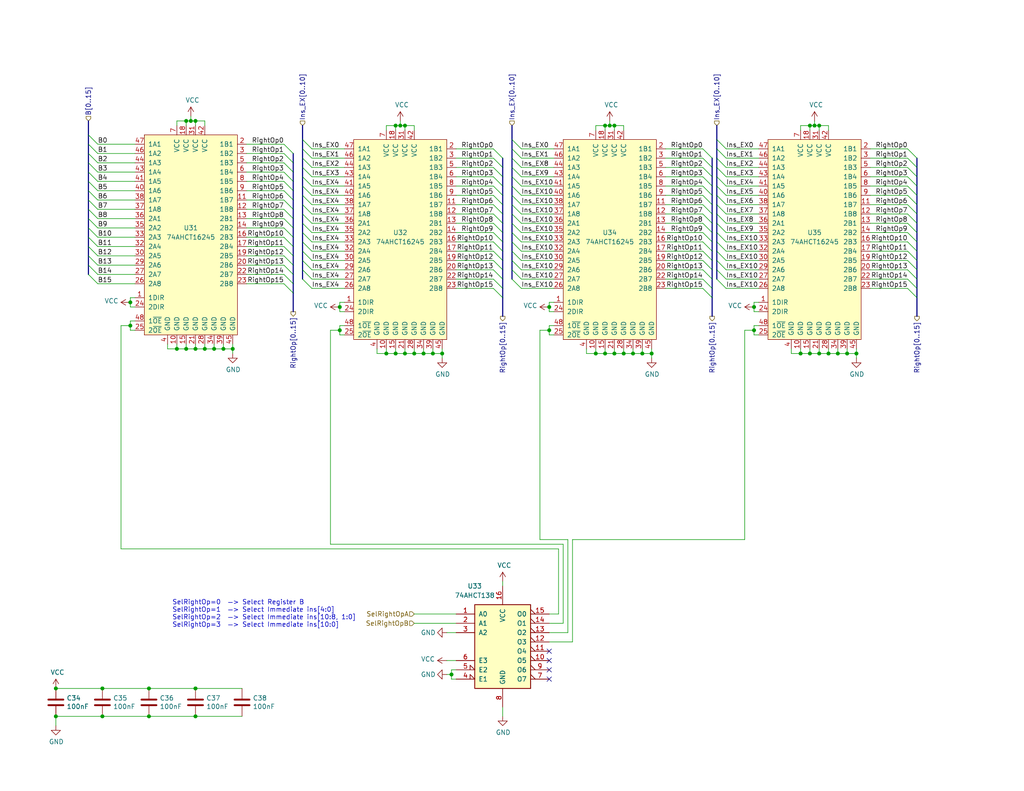
<source format=kicad_sch>
(kicad_sch (version 20230121) (generator eeschema)
  (paper "USLetter")
  (title_block (title "Select Right Operand") (date "2022-09-25") (rev "C") (comment 2 "from an immediate value contained in the instruction word.") (comment 3 "The right operand can either take the value from the B port of the register file, or") (comment 4 "Select the right operand to the ALU"))
  (lib_symbols
    (symbol "74xx (kicad5):74AHCT16245_ab" (pin_names (offset 1.016))
      (property "Reference" "U" (at 0 1.27 0))
      (property "Value" "74AHCT16245_ab" (at 0 -1.27 0))
      (symbol "74AHCT16245_ab_0_1"
        (rectangle (start -12.7 26.67) (end 12.7 -27.94) (fill (type background)))
      )
      (symbol "74AHCT16245_ab_1_1"
        (pin input line (at -15.24 -17.78 0) (length 2.54) (name "1DIR") (number "1"))
        (pin power_in line (at -3.81 -30.48 90) (length 2.54) (name "GND") (number "10"))
        (pin tri_state line (at 15.24 8.89 180) (length 2.54) (name "1B7") (number "11"))
        (pin tri_state line (at 15.24 6.35 180) (length 2.54) (name "1B8") (number "12"))
        (pin tri_state line (at 15.24 3.81 180) (length 2.54) (name "2B1") (number "13"))
        (pin tri_state line (at 15.24 1.27 180) (length 2.54) (name "2B2") (number "14"))
        (pin power_in line (at -1.27 -30.48 90) (length 2.54) (name "GND") (number "15"))
        (pin tri_state line (at 15.24 -1.27 180) (length 2.54) (name "2B3") (number "16"))
        (pin tri_state line (at 15.24 -3.81 180) (length 2.54) (name "2B4") (number "17"))
        (pin power_in line (at -1.27 29.21 270) (length 2.54) (name "VCC") (number "18"))
        (pin tri_state line (at 15.24 -6.35 180) (length 2.54) (name "2B5") (number "19"))
        (pin tri_state line (at 15.24 24.13 180) (length 2.54) (name "1B1") (number "2"))
        (pin tri_state line (at 15.24 -8.89 180) (length 2.54) (name "2B6") (number "20"))
        (pin power_in line (at 1.27 -30.48 90) (length 2.54) (name "GND") (number "21"))
        (pin tri_state line (at 15.24 -11.43 180) (length 2.54) (name "2B7") (number "22"))
        (pin tri_state line (at 15.24 -13.97 180) (length 2.54) (name "2B8") (number "23"))
        (pin input line (at -15.24 -20.32 0) (length 2.54) (name "2DIR") (number "24"))
        (pin input line (at -15.24 -26.67 0) (length 2.54) (name "2~{OE}") (number "25"))
        (pin input line (at -15.24 -13.97 0) (length 2.54) (name "2A8") (number "26"))
        (pin input line (at -15.24 -11.43 0) (length 2.54) (name "2A7") (number "27"))
        (pin power_in line (at 3.81 -30.48 90) (length 2.54) (name "GND") (number "28"))
        (pin input line (at -15.24 -8.89 0) (length 2.54) (name "2A6") (number "29"))
        (pin tri_state line (at 15.24 21.59 180) (length 2.54) (name "1B2") (number "3"))
        (pin input line (at -15.24 -6.35 0) (length 2.54) (name "2A5") (number "30"))
        (pin power_in line (at 1.27 29.21 270) (length 2.54) (name "VCC") (number "31"))
        (pin input line (at -15.24 -3.81 0) (length 2.54) (name "2A4") (number "32"))
        (pin input line (at -15.24 -1.27 0) (length 2.54) (name "2A3") (number "33"))
        (pin power_in line (at 6.35 -30.48 90) (length 2.54) (name "GND") (number "34"))
        (pin input line (at -15.24 1.27 0) (length 2.54) (name "2A2") (number "35"))
        (pin input line (at -15.24 3.81 0) (length 2.54) (name "2A1") (number "36"))
        (pin input line (at -15.24 6.35 0) (length 2.54) (name "1A8") (number "37"))
        (pin input line (at -15.24 8.89 0) (length 2.54) (name "1A7") (number "38"))
        (pin power_in line (at 8.89 -30.48 90) (length 2.54) (name "GND") (number "39"))
        (pin power_in line (at -6.35 -30.48 90) (length 2.54) (name "GND") (number "4"))
        (pin input line (at -15.24 11.43 0) (length 2.54) (name "1A6") (number "40"))
        (pin input line (at -15.24 13.97 0) (length 2.54) (name "1A5") (number "41"))
        (pin power_in line (at 3.81 29.21 270) (length 2.54) (name "VCC") (number "42"))
        (pin input line (at -15.24 16.51 0) (length 2.54) (name "1A4") (number "43"))
        (pin input line (at -15.24 19.05 0) (length 2.54) (name "1A3") (number "44"))
        (pin power_in line (at 11.43 -30.48 90) (length 2.54) (name "GND") (number "45"))
        (pin input line (at -15.24 21.59 0) (length 2.54) (name "1A2") (number "46"))
        (pin input line (at -15.24 24.13 0) (length 2.54) (name "1A1") (number "47"))
        (pin input line (at -15.24 -24.13 0) (length 2.54) (name "1~{OE}") (number "48"))
        (pin tri_state line (at 15.24 19.05 180) (length 2.54) (name "1B3") (number "5"))
        (pin tri_state line (at 15.24 16.51 180) (length 2.54) (name "1B4") (number "6"))
        (pin power_in line (at -3.81 29.21 270) (length 2.54) (name "VCC") (number "7"))
        (pin tri_state line (at 15.24 13.97 180) (length 2.54) (name "1B5") (number "8"))
        (pin tri_state line (at 15.24 11.43 180) (length 2.54) (name "1B6") (number "9"))
      )
    )
    (symbol "74xx:74LS138" (pin_names (offset 1.016))
      (property "Reference" "U" (at -7.62 11.43 0))
      (property "Value" "74LS138" (at -7.62 -13.97 0))
      (symbol "74LS138_1_0"
        (pin input line (at -12.7 7.62 0) (length 5.08) (name "A0") (number "1"))
        (pin output output_low (at 12.7 -5.08 180) (length 5.08) (name "O5") (number "10"))
        (pin output output_low (at 12.7 -2.54 180) (length 5.08) (name "O4") (number "11"))
        (pin output output_low (at 12.7 0 180) (length 5.08) (name "O3") (number "12"))
        (pin output output_low (at 12.7 2.54 180) (length 5.08) (name "O2") (number "13"))
        (pin output output_low (at 12.7 5.08 180) (length 5.08) (name "O1") (number "14"))
        (pin output output_low (at 12.7 7.62 180) (length 5.08) (name "O0") (number "15"))
        (pin power_in line (at 0 15.24 270) (length 5.08) (name "VCC") (number "16"))
        (pin input line (at -12.7 5.08 0) (length 5.08) (name "A1") (number "2"))
        (pin input line (at -12.7 2.54 0) (length 5.08) (name "A2") (number "3"))
        (pin input input_low (at -12.7 -10.16 0) (length 5.08) (name "E1") (number "4"))
        (pin input input_low (at -12.7 -7.62 0) (length 5.08) (name "E2") (number "5"))
        (pin input line (at -12.7 -5.08 0) (length 5.08) (name "E3") (number "6"))
        (pin output output_low (at 12.7 -10.16 180) (length 5.08) (name "O7") (number "7"))
        (pin power_in line (at 0 -17.78 90) (length 5.08) (name "GND") (number "8"))
        (pin output output_low (at 12.7 -7.62 180) (length 5.08) (name "O6") (number "9"))
      )
      (symbol "74LS138_1_1"
        (rectangle (start -7.62 10.16) (end 7.62 -12.7) (stroke (width 0.254)) (fill (type background)))
      )
    )
    (symbol "Device:C" (pin_numbers hide) (pin_names (offset 0.254))
      (property "Reference" "C" (at 0.635 2.54 0))
      (property "Value" "C" (at 0.635 -2.54 0))
      (symbol "C_0_1"
        (polyline (pts (xy -2.032 -0.762) (xy 2.032 -0.762)) (stroke (width 0.508)))
        (polyline (pts (xy -2.032 0.762) (xy 2.032 0.762)) (stroke (width 0.508)))
      )
      (symbol "C_1_1"
        (pin passive line (at 0 3.81 270) (length 2.794) (name "~") (number "1"))
        (pin passive line (at 0 -3.81 90) (length 2.794) (name "~") (number "2"))
      )
    )
    (symbol "power:GND" (power) (pin_names (offset 0))
      (property "Value" "GND" (at 0 -3.81 0))
      (symbol "GND_0_1"
        (polyline (pts (xy 0 0) (xy 0 -1.27) (xy 1.27 -1.27) (xy 0 -2.54) (xy -1.27 -1.27) (xy 0 -1.27)))
      )
      (symbol "GND_1_1"
        (pin power_in line (at 0 0 270) (length 0) hide (name "GND") (number "1"))
      )
    )
    (symbol "power:VCC" (power) (pin_names (offset 0))
      (property "Value" "VCC" (at 0 3.81 0))
      (symbol "VCC_0_1"
        (polyline (pts (xy -0.762 1.27) (xy 0 2.54)))
        (polyline (pts (xy 0 0) (xy 0 2.54)))
        (polyline (pts (xy 0 2.54) (xy 0.762 1.27)))
      )
      (symbol "VCC_1_1"
        (pin power_in line (at 0 0 90) (length 0) hide (name "VCC") (number "1"))
      )
    )
  )
  (junction (at 231.14 96.52))
  (junction (at 222.25 34.29))
  (junction (at 218.44 96.52))
  (junction (at 109.22 34.29))
  (junction (at 53.34 187.96))
  (junction (at 113.03 96.52))
  (junction (at 58.42 95.25))
  (junction (at 15.24 187.96))
  (junction (at 166.37 34.29))
  (junction (at 226.06 96.52))
  (junction (at 177.8 96.52))
  (junction (at 35.56 82.55))
  (junction (at 15.24 195.58))
  (junction (at 110.49 34.29))
  (junction (at 115.57 96.52))
  (junction (at 220.98 34.29))
  (junction (at 123.19 184.15))
  (junction (at 40.64 187.96))
  (junction (at 60.96 95.25))
  (junction (at 172.72 96.52))
  (junction (at 165.1 34.29))
  (junction (at 53.34 33.02))
  (junction (at 110.49 96.52))
  (junction (at 50.8 33.02))
  (junction (at 120.65 96.52))
  (junction (at 27.94 195.58))
  (junction (at 205.74 83.82))
  (junction (at 27.94 187.96))
  (junction (at 228.6 96.52))
  (junction (at 149.86 90.17))
  (junction (at 167.64 96.52))
  (junction (at 167.64 34.29))
  (junction (at 53.34 195.58))
  (junction (at 162.56 96.52))
  (junction (at 118.11 96.52))
  (junction (at 35.56 88.9))
  (junction (at 63.5 95.25))
  (junction (at 40.64 195.58))
  (junction (at 205.74 90.17))
  (junction (at 165.1 96.52))
  (junction (at 105.41 96.52))
  (junction (at 92.71 83.82))
  (junction (at 48.26 95.25))
  (junction (at 170.18 96.52))
  (junction (at 175.26 96.52))
  (junction (at 52.07 33.02))
  (junction (at 92.71 90.17))
  (junction (at 53.34 95.25))
  (junction (at 107.95 34.29))
  (junction (at 149.86 83.82))
  (junction (at 223.52 96.52))
  (junction (at 233.68 96.52))
  (junction (at 55.88 95.25))
  (junction (at 223.52 34.29))
  (junction (at 220.98 96.52))
  (junction (at 107.95 96.52))
  (junction (at 50.8 95.25))
  (no_connect (at 149.86 177.8))
  (no_connect (at 149.86 185.42))
  (no_connect (at 149.86 180.34))
  (no_connect (at 149.86 182.88))
  (bus_entry (at 24.13 46.99) (size 2.54 2.54))
  (bus_entry (at 198.12 40.64) (size -2.54 -2.54))
  (bus_entry (at 134.62 68.58) (size 2.54 2.54))
  (bus_entry (at 77.47 69.85) (size 2.54 2.54))
  (bus_entry (at 24.13 64.77) (size 2.54 2.54))
  (bus_entry (at 198.12 50.8) (size -2.54 -2.54))
  (bus_entry (at 142.24 76.2) (size -2.54 -2.54))
  (bus_entry (at 24.13 67.31) (size 2.54 2.54))
  (bus_entry (at 85.09 76.2) (size -2.54 -2.54))
  (bus_entry (at 77.47 46.99) (size 2.54 2.54))
  (bus_entry (at 77.47 49.53) (size 2.54 2.54))
  (bus_entry (at 191.77 76.2) (size 2.54 2.54))
  (bus_entry (at 77.47 67.31) (size 2.54 2.54))
  (bus_entry (at 134.62 40.64) (size 2.54 2.54))
  (bus_entry (at 85.09 43.18) (size -2.54 -2.54))
  (bus_entry (at 247.65 43.18) (size 2.54 2.54))
  (bus_entry (at 85.09 63.5) (size -2.54 -2.54))
  (bus_entry (at 85.09 53.34) (size -2.54 -2.54))
  (bus_entry (at 198.12 48.26) (size -2.54 -2.54))
  (bus_entry (at 142.24 55.88) (size -2.54 -2.54))
  (bus_entry (at 198.12 45.72) (size -2.54 -2.54))
  (bus_entry (at 247.65 50.8) (size 2.54 2.54))
  (bus_entry (at 85.09 45.72) (size -2.54 -2.54))
  (bus_entry (at 24.13 52.07) (size 2.54 2.54))
  (bus_entry (at 191.77 73.66) (size 2.54 2.54))
  (bus_entry (at 191.77 63.5) (size 2.54 2.54))
  (bus_entry (at 77.47 41.91) (size 2.54 2.54))
  (bus_entry (at 142.24 68.58) (size -2.54 -2.54))
  (bus_entry (at 247.65 71.12) (size 2.54 2.54))
  (bus_entry (at 191.77 78.74) (size 2.54 2.54))
  (bus_entry (at 85.09 68.58) (size -2.54 -2.54))
  (bus_entry (at 198.12 66.04) (size -2.54 -2.54))
  (bus_entry (at 247.65 48.26) (size 2.54 2.54))
  (bus_entry (at 85.09 78.74) (size -2.54 -2.54))
  (bus_entry (at 191.77 45.72) (size 2.54 2.54))
  (bus_entry (at 24.13 62.23) (size 2.54 2.54))
  (bus_entry (at 142.24 50.8) (size -2.54 -2.54))
  (bus_entry (at 247.65 68.58) (size 2.54 2.54))
  (bus_entry (at 77.47 62.23) (size 2.54 2.54))
  (bus_entry (at 198.12 43.18) (size -2.54 -2.54))
  (bus_entry (at 191.77 48.26) (size 2.54 2.54))
  (bus_entry (at 247.65 58.42) (size 2.54 2.54))
  (bus_entry (at 77.47 64.77) (size 2.54 2.54))
  (bus_entry (at 142.24 78.74) (size -2.54 -2.54))
  (bus_entry (at 191.77 50.8) (size 2.54 2.54))
  (bus_entry (at 191.77 68.58) (size 2.54 2.54))
  (bus_entry (at 77.47 59.69) (size 2.54 2.54))
  (bus_entry (at 247.65 55.88) (size 2.54 2.54))
  (bus_entry (at 247.65 40.64) (size 2.54 2.54))
  (bus_entry (at 134.62 66.04) (size 2.54 2.54))
  (bus_entry (at 191.77 55.88) (size 2.54 2.54))
  (bus_entry (at 24.13 49.53) (size 2.54 2.54))
  (bus_entry (at 191.77 53.34) (size 2.54 2.54))
  (bus_entry (at 134.62 76.2) (size 2.54 2.54))
  (bus_entry (at 77.47 57.15) (size 2.54 2.54))
  (bus_entry (at 198.12 78.74) (size -2.54 -2.54))
  (bus_entry (at 24.13 36.83) (size 2.54 2.54))
  (bus_entry (at 24.13 39.37) (size 2.54 2.54))
  (bus_entry (at 142.24 40.64) (size -2.54 -2.54))
  (bus_entry (at 85.09 71.12) (size -2.54 -2.54))
  (bus_entry (at 134.62 58.42) (size 2.54 2.54))
  (bus_entry (at 134.62 63.5) (size 2.54 2.54))
  (bus_entry (at 134.62 78.74) (size 2.54 2.54))
  (bus_entry (at 198.12 53.34) (size -2.54 -2.54))
  (bus_entry (at 77.47 39.37) (size 2.54 2.54))
  (bus_entry (at 134.62 55.88) (size 2.54 2.54))
  (bus_entry (at 134.62 73.66) (size 2.54 2.54))
  (bus_entry (at 134.62 60.96) (size 2.54 2.54))
  (bus_entry (at 24.13 69.85) (size 2.54 2.54))
  (bus_entry (at 142.24 63.5) (size -2.54 -2.54))
  (bus_entry (at 198.12 55.88) (size -2.54 -2.54))
  (bus_entry (at 142.24 71.12) (size -2.54 -2.54))
  (bus_entry (at 191.77 60.96) (size 2.54 2.54))
  (bus_entry (at 77.47 74.93) (size 2.54 2.54))
  (bus_entry (at 85.09 55.88) (size -2.54 -2.54))
  (bus_entry (at 134.62 50.8) (size 2.54 2.54))
  (bus_entry (at 134.62 45.72) (size 2.54 2.54))
  (bus_entry (at 85.09 73.66) (size -2.54 -2.54))
  (bus_entry (at 134.62 53.34) (size 2.54 2.54))
  (bus_entry (at 198.12 58.42) (size -2.54 -2.54))
  (bus_entry (at 85.09 66.04) (size -2.54 -2.54))
  (bus_entry (at 198.12 63.5) (size -2.54 -2.54))
  (bus_entry (at 24.13 41.91) (size 2.54 2.54))
  (bus_entry (at 247.65 66.04) (size 2.54 2.54))
  (bus_entry (at 85.09 50.8) (size -2.54 -2.54))
  (bus_entry (at 198.12 60.96) (size -2.54 -2.54))
  (bus_entry (at 142.24 60.96) (size -2.54 -2.54))
  (bus_entry (at 198.12 71.12) (size -2.54 -2.54))
  (bus_entry (at 142.24 45.72) (size -2.54 -2.54))
  (bus_entry (at 85.09 48.26) (size -2.54 -2.54))
  (bus_entry (at 142.24 53.34) (size -2.54 -2.54))
  (bus_entry (at 247.65 60.96) (size 2.54 2.54))
  (bus_entry (at 191.77 58.42) (size 2.54 2.54))
  (bus_entry (at 85.09 58.42) (size -2.54 -2.54))
  (bus_entry (at 191.77 71.12) (size 2.54 2.54))
  (bus_entry (at 85.09 40.64) (size -2.54 -2.54))
  (bus_entry (at 198.12 68.58) (size -2.54 -2.54))
  (bus_entry (at 24.13 72.39) (size 2.54 2.54))
  (bus_entry (at 77.47 52.07) (size 2.54 2.54))
  (bus_entry (at 142.24 48.26) (size -2.54 -2.54))
  (bus_entry (at 191.77 43.18) (size 2.54 2.54))
  (bus_entry (at 77.47 44.45) (size 2.54 2.54))
  (bus_entry (at 24.13 44.45) (size 2.54 2.54))
  (bus_entry (at 191.77 40.64) (size 2.54 2.54))
  (bus_entry (at 85.09 60.96) (size -2.54 -2.54))
  (bus_entry (at 142.24 43.18) (size -2.54 -2.54))
  (bus_entry (at 134.62 71.12) (size 2.54 2.54))
  (bus_entry (at 247.65 63.5) (size 2.54 2.54))
  (bus_entry (at 134.62 43.18) (size 2.54 2.54))
  (bus_entry (at 77.47 54.61) (size 2.54 2.54))
  (bus_entry (at 247.65 73.66) (size 2.54 2.54))
  (bus_entry (at 77.47 77.47) (size 2.54 2.54))
  (bus_entry (at 198.12 73.66) (size -2.54 -2.54))
  (bus_entry (at 247.65 78.74) (size 2.54 2.54))
  (bus_entry (at 142.24 58.42) (size -2.54 -2.54))
  (bus_entry (at 142.24 66.04) (size -2.54 -2.54))
  (bus_entry (at 198.12 76.2) (size -2.54 -2.54))
  (bus_entry (at 142.24 73.66) (size -2.54 -2.54))
  (bus_entry (at 24.13 59.69) (size 2.54 2.54))
  (bus_entry (at 77.47 72.39) (size 2.54 2.54))
  (bus_entry (at 247.65 76.2) (size 2.54 2.54))
  (bus_entry (at 191.77 66.04) (size 2.54 2.54))
  (bus_entry (at 24.13 57.15) (size 2.54 2.54))
  (bus_entry (at 247.65 53.34) (size 2.54 2.54))
  (bus_entry (at 24.13 74.93) (size 2.54 2.54))
  (bus_entry (at 24.13 54.61) (size 2.54 2.54))
  (bus_entry (at 134.62 48.26) (size 2.54 2.54))
  (bus_entry (at 247.65 45.72) (size 2.54 2.54))
  (wire (pts (xy 40.64 195.58) (xy 27.94 195.58)))
  (bus (pts (xy 194.31 76.2) (xy 194.31 78.74)))
  (wire (pts (xy 85.09 68.58) (xy 93.98 68.58)))
  (wire (pts (xy 115.57 96.52) (xy 115.57 95.25)))
  (wire (pts (xy 35.56 81.28) (xy 35.56 82.55)))
  (bus (pts (xy 139.7 53.34) (xy 139.7 55.88)))
  (bus (pts (xy 139.7 63.5) (xy 139.7 66.04)))
  (wire (pts (xy 203.2 90.17) (xy 203.2 147.32)))
  (wire (pts (xy 162.56 96.52) (xy 165.1 96.52)))
  (bus (pts (xy 24.13 64.77) (xy 24.13 67.31)))
  (wire (pts (xy 142.24 73.66) (xy 151.13 73.66)))
  (wire (pts (xy 121.92 172.72) (xy 124.46 172.72)))
  (bus (pts (xy 139.7 34.29) (xy 139.7 38.1)))
  (bus (pts (xy 195.58 40.64) (xy 195.58 43.18)))
  (wire (pts (xy 142.24 50.8) (xy 151.13 50.8)))
  (wire (pts (xy 218.44 96.52) (xy 220.98 96.52)))
  (wire (pts (xy 77.47 62.23) (xy 67.31 62.23)))
  (wire (pts (xy 118.11 96.52) (xy 120.65 96.52)))
  (wire (pts (xy 215.9 95.25) (xy 215.9 96.52)))
  (wire (pts (xy 26.67 41.91) (xy 36.83 41.91)))
  (bus (pts (xy 250.19 78.74) (xy 250.19 81.28)))
  (wire (pts (xy 105.41 34.29) (xy 107.95 34.29)))
  (bus (pts (xy 80.01 52.07) (xy 80.01 54.61)))
  (wire (pts (xy 166.37 33.02) (xy 166.37 34.29)))
  (wire (pts (xy 110.49 34.29) (xy 113.03 34.29)))
  (wire (pts (xy 77.47 44.45) (xy 67.31 44.45)))
  (wire (pts (xy 191.77 71.12) (xy 181.61 71.12)))
  (bus (pts (xy 195.58 73.66) (xy 195.58 76.2)))
  (wire (pts (xy 60.96 95.25) (xy 63.5 95.25)))
  (bus (pts (xy 24.13 69.85) (xy 24.13 72.39)))
  (bus (pts (xy 82.55 55.88) (xy 82.55 58.42)))
  (wire (pts (xy 137.16 158.75) (xy 137.16 160.02)))
  (wire (pts (xy 191.77 58.42) (xy 181.61 58.42)))
  (wire (pts (xy 26.67 54.61) (xy 36.83 54.61)))
  (wire (pts (xy 55.88 95.25) (xy 53.34 95.25)))
  (wire (pts (xy 26.67 49.53) (xy 36.83 49.53)))
  (wire (pts (xy 207.01 82.55) (xy 205.74 82.55)))
  (wire (pts (xy 149.86 85.09) (xy 151.13 85.09)))
  (wire (pts (xy 170.18 96.52) (xy 170.18 95.25)))
  (bus (pts (xy 139.7 40.64) (xy 139.7 43.18)))
  (wire (pts (xy 156.21 147.32) (xy 203.2 147.32)))
  (wire (pts (xy 191.77 66.04) (xy 181.61 66.04)))
  (wire (pts (xy 26.67 39.37) (xy 36.83 39.37)))
  (bus (pts (xy 24.13 57.15) (xy 24.13 59.69)))
  (wire (pts (xy 121.92 184.15) (xy 123.19 184.15)))
  (wire (pts (xy 109.22 33.02) (xy 109.22 34.29)))
  (wire (pts (xy 105.41 35.56) (xy 105.41 34.29)))
  (bus (pts (xy 194.31 48.26) (xy 194.31 50.8)))
  (wire (pts (xy 134.62 71.12) (xy 124.46 71.12)))
  (wire (pts (xy 167.64 96.52) (xy 167.64 95.25)))
  (bus (pts (xy 82.55 53.34) (xy 82.55 55.88)))
  (wire (pts (xy 123.19 184.15) (xy 123.19 185.42)))
  (wire (pts (xy 247.65 76.2) (xy 237.49 76.2)))
  (bus (pts (xy 137.16 68.58) (xy 137.16 71.12)))
  (wire (pts (xy 35.56 83.82) (xy 36.83 83.82)))
  (bus (pts (xy 24.13 52.07) (xy 24.13 54.61)))
  (wire (pts (xy 153.67 148.59) (xy 153.67 170.18)))
  (wire (pts (xy 27.94 195.58) (xy 15.24 195.58)))
  (wire (pts (xy 191.77 60.96) (xy 181.61 60.96)))
  (wire (pts (xy 33.02 149.86) (xy 152.4 149.86)))
  (wire (pts (xy 66.04 195.58) (xy 53.34 195.58)))
  (bus (pts (xy 82.55 66.04) (xy 82.55 68.58)))
  (wire (pts (xy 191.77 53.34) (xy 181.61 53.34)))
  (wire (pts (xy 26.67 69.85) (xy 36.83 69.85)))
  (wire (pts (xy 191.77 76.2) (xy 181.61 76.2)))
  (wire (pts (xy 134.62 60.96) (xy 124.46 60.96)))
  (bus (pts (xy 137.16 48.26) (xy 137.16 50.8)))
  (wire (pts (xy 198.12 73.66) (xy 207.01 73.66)))
  (wire (pts (xy 198.12 63.5) (xy 207.01 63.5)))
  (wire (pts (xy 53.34 95.25) (xy 53.34 93.98)))
  (wire (pts (xy 226.06 96.52) (xy 226.06 95.25)))
  (wire (pts (xy 134.62 40.64) (xy 124.46 40.64)))
  (wire (pts (xy 175.26 96.52) (xy 175.26 95.25)))
  (bus (pts (xy 195.58 66.04) (xy 195.58 68.58)))
  (wire (pts (xy 198.12 50.8) (xy 207.01 50.8)))
  (wire (pts (xy 191.77 63.5) (xy 181.61 63.5)))
  (bus (pts (xy 195.58 53.34) (xy 195.58 55.88)))
  (wire (pts (xy 36.83 87.63) (xy 35.56 87.63)))
  (bus (pts (xy 137.16 76.2) (xy 137.16 78.74)))
  (wire (pts (xy 77.47 49.53) (xy 67.31 49.53)))
  (bus (pts (xy 195.58 71.12) (xy 195.58 73.66)))
  (wire (pts (xy 63.5 95.25) (xy 63.5 93.98)))
  (bus (pts (xy 80.01 54.61) (xy 80.01 57.15)))
  (bus (pts (xy 24.13 49.53) (xy 24.13 52.07)))
  (wire (pts (xy 162.56 95.25) (xy 162.56 96.52)))
  (wire (pts (xy 165.1 95.25) (xy 165.1 96.52)))
  (wire (pts (xy 134.62 43.18) (xy 124.46 43.18)))
  (wire (pts (xy 53.34 187.96) (xy 66.04 187.96)))
  (wire (pts (xy 247.65 45.72) (xy 237.49 45.72)))
  (wire (pts (xy 142.24 43.18) (xy 151.13 43.18)))
  (wire (pts (xy 85.09 71.12) (xy 93.98 71.12)))
  (bus (pts (xy 24.13 54.61) (xy 24.13 57.15)))
  (wire (pts (xy 107.95 95.25) (xy 107.95 96.52)))
  (bus (pts (xy 137.16 53.34) (xy 137.16 55.88)))
  (bus (pts (xy 195.58 68.58) (xy 195.58 71.12)))
  (wire (pts (xy 15.24 198.12) (xy 15.24 195.58)))
  (wire (pts (xy 53.34 195.58) (xy 40.64 195.58)))
  (wire (pts (xy 134.62 76.2) (xy 124.46 76.2)))
  (wire (pts (xy 220.98 34.29) (xy 222.25 34.29)))
  (wire (pts (xy 50.8 93.98) (xy 50.8 95.25)))
  (wire (pts (xy 198.12 76.2) (xy 207.01 76.2)))
  (wire (pts (xy 113.03 167.64) (xy 124.46 167.64)))
  (bus (pts (xy 250.19 50.8) (xy 250.19 53.34)))
  (bus (pts (xy 82.55 38.1) (xy 82.55 40.64)))
  (bus (pts (xy 80.01 74.93) (xy 80.01 77.47)))
  (wire (pts (xy 247.65 60.96) (xy 237.49 60.96)))
  (wire (pts (xy 77.47 67.31) (xy 67.31 67.31)))
  (bus (pts (xy 194.31 63.5) (xy 194.31 66.04)))
  (bus (pts (xy 82.55 40.64) (xy 82.55 43.18)))
  (wire (pts (xy 177.8 97.79) (xy 177.8 96.52)))
  (wire (pts (xy 107.95 35.56) (xy 107.95 34.29)))
  (wire (pts (xy 198.12 55.88) (xy 207.01 55.88)))
  (wire (pts (xy 90.17 148.59) (xy 153.67 148.59)))
  (wire (pts (xy 26.67 59.69) (xy 36.83 59.69)))
  (wire (pts (xy 149.86 88.9) (xy 149.86 90.17)))
  (wire (pts (xy 191.77 55.88) (xy 181.61 55.88)))
  (wire (pts (xy 77.47 77.47) (xy 67.31 77.47)))
  (wire (pts (xy 90.17 90.17) (xy 90.17 148.59)))
  (wire (pts (xy 142.24 60.96) (xy 151.13 60.96)))
  (bus (pts (xy 82.55 73.66) (xy 82.55 76.2)))
  (wire (pts (xy 198.12 40.64) (xy 207.01 40.64)))
  (bus (pts (xy 82.55 45.72) (xy 82.55 48.26)))
  (wire (pts (xy 110.49 35.56) (xy 110.49 34.29)))
  (bus (pts (xy 80.01 62.23) (xy 80.01 64.77)))
  (wire (pts (xy 218.44 34.29) (xy 220.98 34.29)))
  (wire (pts (xy 165.1 35.56) (xy 165.1 34.29)))
  (wire (pts (xy 198.12 53.34) (xy 207.01 53.34)))
  (wire (pts (xy 121.92 180.34) (xy 124.46 180.34)))
  (wire (pts (xy 142.24 40.64) (xy 151.13 40.64)))
  (wire (pts (xy 247.65 55.88) (xy 237.49 55.88)))
  (bus (pts (xy 195.58 63.5) (xy 195.58 66.04)))
  (wire (pts (xy 134.62 73.66) (xy 124.46 73.66)))
  (wire (pts (xy 92.71 83.82) (xy 92.71 85.09)))
  (bus (pts (xy 139.7 45.72) (xy 139.7 48.26)))
  (bus (pts (xy 24.13 36.83) (xy 24.13 39.37)))
  (bus (pts (xy 137.16 78.74) (xy 137.16 81.28)))
  (wire (pts (xy 77.47 41.91) (xy 67.31 41.91)))
  (wire (pts (xy 191.77 50.8) (xy 181.61 50.8)))
  (wire (pts (xy 226.06 96.52) (xy 223.52 96.52)))
  (wire (pts (xy 85.09 58.42) (xy 93.98 58.42)))
  (bus (pts (xy 195.58 50.8) (xy 195.58 53.34)))
  (wire (pts (xy 92.71 88.9) (xy 92.71 90.17)))
  (bus (pts (xy 139.7 71.12) (xy 139.7 73.66)))
  (bus (pts (xy 194.31 43.18) (xy 194.31 45.72)))
  (wire (pts (xy 77.47 59.69) (xy 67.31 59.69)))
  (wire (pts (xy 149.86 172.72) (xy 154.94 172.72)))
  (bus (pts (xy 82.55 71.12) (xy 82.55 73.66)))
  (wire (pts (xy 198.12 68.58) (xy 207.01 68.58)))
  (wire (pts (xy 113.03 34.29) (xy 113.03 35.56)))
  (wire (pts (xy 15.24 187.96) (xy 27.94 187.96)))
  (wire (pts (xy 105.41 95.25) (xy 105.41 96.52)))
  (wire (pts (xy 154.94 147.32) (xy 154.94 172.72)))
  (wire (pts (xy 247.65 66.04) (xy 237.49 66.04)))
  (wire (pts (xy 134.62 78.74) (xy 124.46 78.74)))
  (wire (pts (xy 220.98 35.56) (xy 220.98 34.29)))
  (wire (pts (xy 110.49 96.52) (xy 110.49 95.25)))
  (wire (pts (xy 149.86 91.44) (xy 151.13 91.44)))
  (wire (pts (xy 137.16 193.04) (xy 137.16 195.58)))
  (wire (pts (xy 92.71 82.55) (xy 92.71 83.82)))
  (wire (pts (xy 107.95 34.29) (xy 109.22 34.29)))
  (bus (pts (xy 137.16 43.18) (xy 137.16 45.72)))
  (wire (pts (xy 198.12 43.18) (xy 207.01 43.18)))
  (wire (pts (xy 113.03 96.52) (xy 113.03 95.25)))
  (wire (pts (xy 26.67 57.15) (xy 36.83 57.15)))
  (bus (pts (xy 194.31 58.42) (xy 194.31 60.96)))
  (wire (pts (xy 113.03 96.52) (xy 110.49 96.52)))
  (wire (pts (xy 207.01 88.9) (xy 205.74 88.9)))
  (wire (pts (xy 123.19 185.42) (xy 124.46 185.42)))
  (wire (pts (xy 26.67 46.99) (xy 36.83 46.99)))
  (wire (pts (xy 134.62 48.26) (xy 124.46 48.26)))
  (bus (pts (xy 139.7 73.66) (xy 139.7 76.2)))
  (bus (pts (xy 250.19 48.26) (xy 250.19 50.8)))
  (wire (pts (xy 85.09 43.18) (xy 93.98 43.18)))
  (wire (pts (xy 118.11 96.52) (xy 118.11 95.25)))
  (wire (pts (xy 55.88 95.25) (xy 55.88 93.98)))
  (wire (pts (xy 26.67 77.47) (xy 36.83 77.47)))
  (wire (pts (xy 50.8 95.25) (xy 53.34 95.25)))
  (bus (pts (xy 194.31 66.04) (xy 194.31 68.58)))
  (wire (pts (xy 63.5 96.52) (xy 63.5 95.25)))
  (wire (pts (xy 85.09 76.2) (xy 93.98 76.2)))
  (bus (pts (xy 194.31 55.88) (xy 194.31 58.42)))
  (wire (pts (xy 52.07 31.75) (xy 52.07 33.02)))
  (wire (pts (xy 77.47 54.61) (xy 67.31 54.61)))
  (wire (pts (xy 233.68 97.79) (xy 233.68 96.52)))
  (wire (pts (xy 26.67 72.39) (xy 36.83 72.39)))
  (wire (pts (xy 165.1 34.29) (xy 166.37 34.29)))
  (bus (pts (xy 194.31 50.8) (xy 194.31 53.34)))
  (wire (pts (xy 247.65 40.64) (xy 237.49 40.64)))
  (wire (pts (xy 115.57 96.52) (xy 113.03 96.52)))
  (wire (pts (xy 222.25 33.02) (xy 222.25 34.29)))
  (wire (pts (xy 48.26 34.29) (xy 48.26 33.02)))
  (wire (pts (xy 35.56 90.17) (xy 36.83 90.17)))
  (wire (pts (xy 142.24 53.34) (xy 151.13 53.34)))
  (bus (pts (xy 24.13 39.37) (xy 24.13 41.91)))
  (bus (pts (xy 195.58 43.18) (xy 195.58 45.72)))
  (wire (pts (xy 102.87 95.25) (xy 102.87 96.52)))
  (wire (pts (xy 247.65 43.18) (xy 237.49 43.18)))
  (wire (pts (xy 26.67 64.77) (xy 36.83 64.77)))
  (wire (pts (xy 26.67 52.07) (xy 36.83 52.07)))
  (wire (pts (xy 160.02 95.25) (xy 160.02 96.52)))
  (wire (pts (xy 228.6 96.52) (xy 231.14 96.52)))
  (bus (pts (xy 82.55 48.26) (xy 82.55 50.8)))
  (wire (pts (xy 172.72 96.52) (xy 175.26 96.52)))
  (wire (pts (xy 149.86 83.82) (xy 149.86 85.09)))
  (wire (pts (xy 223.52 35.56) (xy 223.52 34.29)))
  (wire (pts (xy 198.12 66.04) (xy 207.01 66.04)))
  (wire (pts (xy 134.62 68.58) (xy 124.46 68.58)))
  (wire (pts (xy 149.86 175.26) (xy 156.21 175.26)))
  (wire (pts (xy 162.56 35.56) (xy 162.56 34.29)))
  (wire (pts (xy 26.67 67.31) (xy 36.83 67.31)))
  (wire (pts (xy 50.8 34.29) (xy 50.8 33.02)))
  (wire (pts (xy 247.65 68.58) (xy 237.49 68.58)))
  (bus (pts (xy 80.01 49.53) (xy 80.01 52.07)))
  (wire (pts (xy 35.56 88.9) (xy 35.56 90.17)))
  (wire (pts (xy 149.86 82.55) (xy 149.86 83.82)))
  (wire (pts (xy 247.65 53.34) (xy 237.49 53.34)))
  (bus (pts (xy 80.01 72.39) (xy 80.01 74.93)))
  (bus (pts (xy 139.7 58.42) (xy 139.7 60.96)))
  (wire (pts (xy 215.9 96.52) (xy 218.44 96.52)))
  (bus (pts (xy 24.13 59.69) (xy 24.13 62.23)))
  (bus (pts (xy 137.16 63.5) (xy 137.16 66.04)))
  (wire (pts (xy 205.74 90.17) (xy 203.2 90.17)))
  (bus (pts (xy 137.16 66.04) (xy 137.16 68.58)))
  (wire (pts (xy 162.56 34.29) (xy 165.1 34.29)))
  (wire (pts (xy 198.12 60.96) (xy 207.01 60.96)))
  (bus (pts (xy 24.13 72.39) (xy 24.13 74.93)))
  (bus (pts (xy 139.7 55.88) (xy 139.7 58.42)))
  (bus (pts (xy 250.19 43.18) (xy 250.19 45.72)))
  (wire (pts (xy 55.88 33.02) (xy 55.88 34.29)))
  (wire (pts (xy 58.42 95.25) (xy 58.42 93.98)))
  (wire (pts (xy 223.52 34.29) (xy 226.06 34.29)))
  (wire (pts (xy 170.18 34.29) (xy 170.18 35.56)))
  (wire (pts (xy 198.12 45.72) (xy 207.01 45.72)))
  (wire (pts (xy 175.26 96.52) (xy 177.8 96.52)))
  (wire (pts (xy 205.74 85.09) (xy 207.01 85.09)))
  (wire (pts (xy 85.09 45.72) (xy 93.98 45.72)))
  (bus (pts (xy 24.13 44.45) (xy 24.13 46.99)))
  (wire (pts (xy 151.13 82.55) (xy 149.86 82.55)))
  (wire (pts (xy 102.87 96.52) (xy 105.41 96.52)))
  (wire (pts (xy 60.96 95.25) (xy 60.96 93.98)))
  (bus (pts (xy 137.16 71.12) (xy 137.16 73.66)))
  (wire (pts (xy 228.6 96.52) (xy 228.6 95.25)))
  (bus (pts (xy 139.7 38.1) (xy 139.7 40.64)))
  (wire (pts (xy 142.24 63.5) (xy 151.13 63.5)))
  (wire (pts (xy 134.62 50.8) (xy 124.46 50.8)))
  (wire (pts (xy 109.22 34.29) (xy 110.49 34.29)))
  (bus (pts (xy 195.58 55.88) (xy 195.58 58.42)))
  (bus (pts (xy 194.31 60.96) (xy 194.31 63.5)))
  (wire (pts (xy 26.67 62.23) (xy 36.83 62.23)))
  (wire (pts (xy 35.56 88.9) (xy 33.02 88.9)))
  (wire (pts (xy 191.77 43.18) (xy 181.61 43.18)))
  (bus (pts (xy 194.31 45.72) (xy 194.31 48.26)))
  (wire (pts (xy 85.09 48.26) (xy 93.98 48.26)))
  (wire (pts (xy 153.67 170.18) (xy 149.86 170.18)))
  (bus (pts (xy 137.16 58.42) (xy 137.16 60.96)))
  (wire (pts (xy 191.77 73.66) (xy 181.61 73.66)))
  (bus (pts (xy 194.31 71.12) (xy 194.31 73.66)))
  (wire (pts (xy 233.68 96.52) (xy 233.68 95.25)))
  (wire (pts (xy 77.47 52.07) (xy 67.31 52.07)))
  (bus (pts (xy 250.19 45.72) (xy 250.19 48.26)))
  (bus (pts (xy 82.55 50.8) (xy 82.55 53.34)))
  (wire (pts (xy 218.44 95.25) (xy 218.44 96.52)))
  (wire (pts (xy 115.57 96.52) (xy 118.11 96.52)))
  (wire (pts (xy 85.09 55.88) (xy 93.98 55.88)))
  (bus (pts (xy 80.01 69.85) (xy 80.01 72.39)))
  (bus (pts (xy 250.19 55.88) (xy 250.19 58.42)))
  (wire (pts (xy 198.12 58.42) (xy 207.01 58.42)))
  (bus (pts (xy 195.58 34.29) (xy 195.58 38.1)))
  (wire (pts (xy 222.25 34.29) (xy 223.52 34.29)))
  (wire (pts (xy 85.09 50.8) (xy 93.98 50.8)))
  (wire (pts (xy 124.46 182.88) (xy 123.19 182.88)))
  (wire (pts (xy 85.09 73.66) (xy 93.98 73.66)))
  (wire (pts (xy 85.09 66.04) (xy 93.98 66.04)))
  (wire (pts (xy 205.74 91.44) (xy 207.01 91.44)))
  (wire (pts (xy 142.24 58.42) (xy 151.13 58.42)))
  (wire (pts (xy 165.1 96.52) (xy 167.64 96.52)))
  (wire (pts (xy 247.65 58.42) (xy 237.49 58.42)))
  (wire (pts (xy 205.74 90.17) (xy 205.74 91.44)))
  (wire (pts (xy 156.21 147.32) (xy 156.21 175.26)))
  (bus (pts (xy 137.16 45.72) (xy 137.16 48.26)))
  (wire (pts (xy 45.72 93.98) (xy 45.72 95.25)))
  (wire (pts (xy 231.14 96.52) (xy 233.68 96.52)))
  (wire (pts (xy 77.47 39.37) (xy 67.31 39.37)))
  (wire (pts (xy 92.71 90.17) (xy 90.17 90.17)))
  (wire (pts (xy 36.83 81.28) (xy 35.56 81.28)))
  (wire (pts (xy 142.24 48.26) (xy 151.13 48.26)))
  (wire (pts (xy 167.64 34.29) (xy 170.18 34.29)))
  (wire (pts (xy 77.47 57.15) (xy 67.31 57.15)))
  (bus (pts (xy 24.13 46.99) (xy 24.13 49.53)))
  (bus (pts (xy 250.19 66.04) (xy 250.19 68.58)))
  (bus (pts (xy 137.16 73.66) (xy 137.16 76.2)))
  (wire (pts (xy 151.13 88.9) (xy 149.86 88.9)))
  (bus (pts (xy 194.31 53.34) (xy 194.31 55.88)))
  (bus (pts (xy 82.55 60.96) (xy 82.55 63.5)))
  (bus (pts (xy 195.58 48.26) (xy 195.58 50.8)))
  (bus (pts (xy 139.7 43.18) (xy 139.7 45.72)))
  (wire (pts (xy 198.12 78.74) (xy 207.01 78.74)))
  (wire (pts (xy 142.24 78.74) (xy 151.13 78.74)))
  (bus (pts (xy 194.31 73.66) (xy 194.31 76.2)))
  (bus (pts (xy 82.55 68.58) (xy 82.55 71.12)))
  (wire (pts (xy 228.6 96.52) (xy 226.06 96.52)))
  (wire (pts (xy 142.24 68.58) (xy 151.13 68.58)))
  (bus (pts (xy 250.19 53.34) (xy 250.19 55.88)))
  (wire (pts (xy 223.52 96.52) (xy 223.52 95.25)))
  (wire (pts (xy 226.06 34.29) (xy 226.06 35.56)))
  (wire (pts (xy 105.41 96.52) (xy 107.95 96.52)))
  (wire (pts (xy 92.71 85.09) (xy 93.98 85.09)))
  (bus (pts (xy 82.55 63.5) (xy 82.55 66.04)))
  (bus (pts (xy 194.31 81.28) (xy 194.31 86.36)))
  (bus (pts (xy 80.01 64.77) (xy 80.01 67.31)))
  (bus (pts (xy 250.19 63.5) (xy 250.19 66.04)))
  (bus (pts (xy 137.16 55.88) (xy 137.16 58.42)))
  (wire (pts (xy 247.65 63.5) (xy 237.49 63.5)))
  (wire (pts (xy 170.18 96.52) (xy 167.64 96.52)))
  (wire (pts (xy 77.47 74.93) (xy 67.31 74.93)))
  (wire (pts (xy 220.98 96.52) (xy 223.52 96.52)))
  (bus (pts (xy 139.7 48.26) (xy 139.7 50.8)))
  (bus (pts (xy 24.13 62.23) (xy 24.13 64.77)))
  (bus (pts (xy 82.55 34.29) (xy 82.55 38.1)))
  (bus (pts (xy 194.31 68.58) (xy 194.31 71.12)))
  (wire (pts (xy 198.12 48.26) (xy 207.01 48.26)))
  (wire (pts (xy 120.65 96.52) (xy 120.65 95.25)))
  (wire (pts (xy 205.74 83.82) (xy 205.74 85.09)))
  (bus (pts (xy 250.19 71.12) (xy 250.19 73.66)))
  (wire (pts (xy 113.03 170.18) (xy 124.46 170.18)))
  (wire (pts (xy 134.62 45.72) (xy 124.46 45.72)))
  (wire (pts (xy 50.8 33.02) (xy 52.07 33.02)))
  (wire (pts (xy 93.98 82.55) (xy 92.71 82.55)))
  (wire (pts (xy 48.26 95.25) (xy 50.8 95.25)))
  (bus (pts (xy 80.01 59.69) (xy 80.01 62.23)))
  (wire (pts (xy 191.77 78.74) (xy 181.61 78.74)))
  (wire (pts (xy 123.19 182.88) (xy 123.19 184.15)))
  (bus (pts (xy 24.13 33.02) (xy 24.13 36.83)))
  (wire (pts (xy 77.47 69.85) (xy 67.31 69.85)))
  (bus (pts (xy 250.19 68.58) (xy 250.19 71.12)))
  (wire (pts (xy 142.24 71.12) (xy 151.13 71.12)))
  (wire (pts (xy 85.09 53.34) (xy 93.98 53.34)))
  (wire (pts (xy 26.67 74.93) (xy 36.83 74.93)))
  (wire (pts (xy 160.02 96.52) (xy 162.56 96.52)))
  (wire (pts (xy 27.94 187.96) (xy 40.64 187.96)))
  (bus (pts (xy 139.7 60.96) (xy 139.7 63.5)))
  (bus (pts (xy 250.19 76.2) (xy 250.19 78.74)))
  (bus (pts (xy 82.55 43.18) (xy 82.55 45.72)))
  (wire (pts (xy 218.44 35.56) (xy 218.44 34.29)))
  (bus (pts (xy 250.19 73.66) (xy 250.19 76.2)))
  (bus (pts (xy 139.7 50.8) (xy 139.7 53.34)))
  (wire (pts (xy 147.32 90.17) (xy 147.32 147.32)))
  (bus (pts (xy 139.7 68.58) (xy 139.7 71.12)))
  (wire (pts (xy 191.77 40.64) (xy 181.61 40.64)))
  (wire (pts (xy 134.62 58.42) (xy 124.46 58.42)))
  (wire (pts (xy 45.72 95.25) (xy 48.26 95.25)))
  (bus (pts (xy 80.01 80.01) (xy 80.01 85.09)))
  (wire (pts (xy 191.77 45.72) (xy 181.61 45.72)))
  (wire (pts (xy 134.62 66.04) (xy 124.46 66.04)))
  (bus (pts (xy 80.01 44.45) (xy 80.01 46.99)))
  (wire (pts (xy 177.8 96.52) (xy 177.8 95.25)))
  (wire (pts (xy 40.64 187.96) (xy 53.34 187.96)))
  (bus (pts (xy 195.58 60.96) (xy 195.58 63.5)))
  (wire (pts (xy 48.26 33.02) (xy 50.8 33.02)))
  (bus (pts (xy 139.7 66.04) (xy 139.7 68.58)))
  (wire (pts (xy 134.62 63.5) (xy 124.46 63.5)))
  (wire (pts (xy 92.71 90.17) (xy 92.71 91.44)))
  (bus (pts (xy 137.16 50.8) (xy 137.16 53.34)))
  (wire (pts (xy 134.62 53.34) (xy 124.46 53.34)))
  (bus (pts (xy 250.19 81.28) (xy 250.19 86.36)))
  (wire (pts (xy 77.47 46.99) (xy 67.31 46.99)))
  (wire (pts (xy 247.65 73.66) (xy 237.49 73.66)))
  (wire (pts (xy 85.09 63.5) (xy 93.98 63.5)))
  (wire (pts (xy 205.74 82.55) (xy 205.74 83.82)))
  (bus (pts (xy 82.55 58.42) (xy 82.55 60.96)))
  (wire (pts (xy 152.4 149.86) (xy 152.4 167.64)))
  (bus (pts (xy 24.13 67.31) (xy 24.13 69.85)))
  (bus (pts (xy 194.31 78.74) (xy 194.31 81.28)))
  (bus (pts (xy 250.19 58.42) (xy 250.19 60.96)))
  (bus (pts (xy 24.13 41.91) (xy 24.13 44.45)))
  (wire (pts (xy 85.09 40.64) (xy 93.98 40.64)))
  (wire (pts (xy 172.72 96.52) (xy 170.18 96.52)))
  (wire (pts (xy 142.24 66.04) (xy 151.13 66.04)))
  (wire (pts (xy 147.32 147.32) (xy 154.94 147.32)))
  (wire (pts (xy 198.12 71.12) (xy 207.01 71.12)))
  (wire (pts (xy 53.34 33.02) (xy 55.88 33.02)))
  (wire (pts (xy 247.65 50.8) (xy 237.49 50.8)))
  (wire (pts (xy 77.47 72.39) (xy 67.31 72.39)))
  (wire (pts (xy 142.24 45.72) (xy 151.13 45.72)))
  (wire (pts (xy 120.65 97.79) (xy 120.65 96.52)))
  (wire (pts (xy 85.09 78.74) (xy 93.98 78.74)))
  (wire (pts (xy 247.65 78.74) (xy 237.49 78.74)))
  (wire (pts (xy 107.95 96.52) (xy 110.49 96.52)))
  (bus (pts (xy 80.01 41.91) (xy 80.01 44.45)))
  (bus (pts (xy 80.01 46.99) (xy 80.01 49.53)))
  (wire (pts (xy 247.65 48.26) (xy 237.49 48.26)))
  (wire (pts (xy 142.24 76.2) (xy 151.13 76.2)))
  (wire (pts (xy 191.77 48.26) (xy 181.61 48.26)))
  (bus (pts (xy 137.16 60.96) (xy 137.16 63.5)))
  (wire (pts (xy 220.98 95.25) (xy 220.98 96.52)))
  (wire (pts (xy 152.4 167.64) (xy 149.86 167.64)))
  (wire (pts (xy 142.24 55.88) (xy 151.13 55.88)))
  (wire (pts (xy 167.64 35.56) (xy 167.64 34.29)))
  (wire (pts (xy 134.62 55.88) (xy 124.46 55.88)))
  (wire (pts (xy 93.98 88.9) (xy 92.71 88.9)))
  (bus (pts (xy 80.01 77.47) (xy 80.01 80.01)))
  (wire (pts (xy 205.74 88.9) (xy 205.74 90.17)))
  (wire (pts (xy 85.09 60.96) (xy 93.98 60.96)))
  (bus (pts (xy 80.01 57.15) (xy 80.01 59.69)))
  (wire (pts (xy 191.77 68.58) (xy 181.61 68.58)))
  (wire (pts (xy 52.07 33.02) (xy 53.34 33.02)))
  (wire (pts (xy 48.26 93.98) (xy 48.26 95.25)))
  (wire (pts (xy 53.34 34.29) (xy 53.34 33.02)))
  (wire (pts (xy 58.42 95.25) (xy 60.96 95.25)))
  (wire (pts (xy 172.72 96.52) (xy 172.72 95.25)))
  (bus (pts (xy 195.58 45.72) (xy 195.58 48.26)))
  (bus (pts (xy 195.58 58.42) (xy 195.58 60.96)))
  (wire (pts (xy 247.65 71.12) (xy 237.49 71.12)))
  (wire (pts (xy 35.56 87.63) (xy 35.56 88.9)))
  (wire (pts (xy 231.14 96.52) (xy 231.14 95.25)))
  (bus (pts (xy 80.01 67.31) (xy 80.01 69.85)))
  (wire (pts (xy 35.56 82.55) (xy 35.56 83.82)))
  (wire (pts (xy 33.02 88.9) (xy 33.02 149.86)))
  (bus (pts (xy 250.19 60.96) (xy 250.19 63.5)))
  (wire (pts (xy 92.71 91.44) (xy 93.98 91.44)))
  (bus (pts (xy 195.58 38.1) (xy 195.58 40.64)))
  (bus (pts (xy 137.16 81.28) (xy 137.16 86.36)))
  (wire (pts (xy 166.37 34.29) (xy 167.64 34.29)))
  (wire (pts (xy 149.86 90.17) (xy 147.32 90.17)))
  (wire (pts (xy 58.42 95.25) (xy 55.88 95.25)))
  (wire (pts (xy 26.67 44.45) (xy 36.83 44.45)))
  (wire (pts (xy 149.86 90.17) (xy 149.86 91.44)))
  (wire (pts (xy 77.47 64.77) (xy 67.31 64.77)))
  (text "SelRightOp=0  —> Select Register B\nSelRightOp=1  —> Select Immediate ins[4:0]\nSelRightOp=2  —> Select Immediate ins[10:8, 1:0]\nSelRightOp=3  —> Select Immediate ins[10:0]" (at 46.99 171.45 0) (effects (font (size 1.27 1.27)) (justify left bottom)))
  (label "B12" (at 26.67 69.85 0))
  (label "Ins_EX0" (at 198.12 40.64 0))
  (label "Ins_EX10" (at 142.24 66.04 0))
  (label "Ins_EX4" (at 85.09 71.12 0))
  (label "RightOp3" (at 247.65 48.26 180))
  (label "RightOp3" (at 77.47 46.99 180))
  (label "RightOp13" (at 191.77 73.66 180))
  (label "Ins_EX0" (at 142.24 40.64 0))
  (label "RightOp6" (at 134.62 55.88 180))
  (label "B14" (at 26.67 74.93 0))
  (label "RightOp6" (at 77.47 54.61 180))
  (label "Ins_EX8" (at 198.12 60.96 0))
  (label "Ins_EX4" (at 85.09 55.88 0))
  (label "Ins_EX10" (at 142.24 53.34 0))
  (label "Ins_EX4" (at 85.09 53.34 0))
  (label "RightOp2" (at 191.77 45.72 180))
  (label "RightOp8" (at 134.62 60.96 180))
  (label "Ins_EX4" (at 85.09 73.66 0))
  (label "B1" (at 26.67 41.91 0))
  (label "B4" (at 26.67 49.53 0))
  (label "Ins_EX4" (at 85.09 76.2 0))
  (label "Ins_EX1" (at 198.12 43.18 0))
  (label "RightOp1" (at 191.77 43.18 180))
  (label "RightOp0" (at 134.62 40.64 180))
  (label "RightOp14" (at 77.47 74.93 180))
  (label "Ins_EX10" (at 198.12 76.2 0))
  (label "RightOp9" (at 134.62 63.5 180))
  (label "RightOp10" (at 134.62 66.04 180))
  (label "RightOp15" (at 77.47 77.47 180))
  (label "B13" (at 26.67 72.39 0))
  (label "RightOp15" (at 191.77 78.74 180))
  (label "RightOp9" (at 191.77 63.5 180))
  (label "Ins_EX10" (at 142.24 73.66 0))
  (label "Ins_EX4" (at 85.09 58.42 0))
  (label "RightOp15" (at 247.65 78.74 180))
  (label "RightOp5" (at 134.62 53.34 180))
  (label "Ins_EX10" (at 198.12 73.66 0))
  (label "Ins_EX9" (at 142.24 48.26 0))
  (label "B15" (at 26.67 77.47 0))
  (label "RightOp8" (at 77.47 59.69 180))
  (label "Ins_EX10" (at 198.12 66.04 0))
  (label "Ins_EX9" (at 198.12 63.5 0))
  (label "RightOp14" (at 247.65 76.2 180))
  (label "RightOp13" (at 247.65 73.66 180))
  (label "RightOp6" (at 191.77 55.88 180))
  (label "RightOp12" (at 77.47 69.85 180))
  (label "RightOp15" (at 134.62 78.74 180))
  (label "Ins_EX10" (at 142.24 78.74 0))
  (label "B9" (at 26.67 62.23 0))
  (label "RightOp10" (at 191.77 66.04 180))
  (label "B6" (at 26.67 54.61 0))
  (label "RightOp1" (at 134.62 43.18 180))
  (label "Ins_EX2" (at 198.12 45.72 0))
  (label "Ins_EX10" (at 198.12 78.74 0))
  (label "RightOp1" (at 247.65 43.18 180))
  (label "RightOp0" (at 191.77 40.64 180))
  (label "RightOp7" (at 247.65 58.42 180))
  (label "RightOp14" (at 191.77 76.2 180))
  (label "Ins_EX10" (at 142.24 63.5 0))
  (label "Ins_EX4" (at 85.09 63.5 0))
  (label "Ins_EX6" (at 198.12 55.88 0))
  (label "RightOp0" (at 77.47 39.37 180))
  (label "RightOp5" (at 247.65 53.34 180))
  (label "Ins_EX10" (at 142.24 55.88 0))
  (label "Ins_EX1" (at 85.09 43.18 0))
  (label "RightOp12" (at 134.62 71.12 180))
  (label "RightOp7" (at 191.77 58.42 180))
  (label "Ins_EX1" (at 142.24 43.18 0))
  (label "RightOp0" (at 247.65 40.64 180))
  (label "B5" (at 26.67 52.07 0))
  (label "Ins_EX8" (at 142.24 45.72 0))
  (label "RightOp10" (at 77.47 64.77 180))
  (label "RightOp9" (at 247.65 63.5 180))
  (label "B3" (at 26.67 46.99 0))
  (label "Ins_EX3" (at 198.12 48.26 0))
  (label "Ins_EX4" (at 85.09 68.58 0))
  (label "B0" (at 26.67 39.37 0))
  (label "RightOp12" (at 191.77 71.12 180))
  (label "B8" (at 26.67 59.69 0))
  (label "Ins_EX10" (at 142.24 68.58 0))
  (label "RightOp12" (at 247.65 71.12 180))
  (label "Ins_EX5" (at 198.12 53.34 0))
  (label "B10" (at 26.67 64.77 0))
  (label "RightOp8" (at 247.65 60.96 180))
  (label "RightOp2" (at 77.47 44.45 180))
  (label "RightOp8" (at 191.77 60.96 180))
  (label "RightOp7" (at 77.47 57.15 180))
  (label "Ins_EX10" (at 142.24 50.8 0))
  (label "RightOp3" (at 191.77 48.26 180))
  (label "Ins_EX10" (at 142.24 60.96 0))
  (label "RightOp9" (at 77.47 62.23 180))
  (label "RightOp2" (at 134.62 45.72 180))
  (label "RightOp13" (at 134.62 73.66 180))
  (label "RightOp4" (at 134.62 50.8 180))
  (label "RightOp5" (at 191.77 53.34 180))
  (label "Ins_EX10" (at 142.24 76.2 0))
  (label "Ins_EX0" (at 85.09 40.64 0))
  (label "RightOp14" (at 134.62 76.2 180))
  (label "Ins_EX4" (at 85.09 66.04 0))
  (label "RightOp1" (at 77.47 41.91 180))
  (label "Ins_EX10" (at 198.12 68.58 0))
  (label "RightOp10" (at 247.65 66.04 180))
  (label "Ins_EX10" (at 142.24 58.42 0))
  (label "Ins_EX4" (at 85.09 78.74 0))
  (label "B2" (at 26.67 44.45 0))
  (label "RightOp3" (at 134.62 48.26 180))
  (label "RightOp13" (at 77.47 72.39 180))
  (label "RightOp11" (at 247.65 68.58 180))
  (label "RightOp11" (at 77.47 67.31 180))
  (label "Ins_EX4" (at 85.09 60.96 0))
  (label "RightOp2" (at 247.65 45.72 180))
  (label "RightOp11" (at 191.77 68.58 180))
  (label "RightOp6" (at 247.65 55.88 180))
  (label "RightOp4" (at 247.65 50.8 180))
  (label "Ins_EX10" (at 142.24 71.12 0))
  (label "Ins_EX10" (at 198.12 71.12 0))
  (label "RightOp11" (at 134.62 68.58 180))
  (label "RightOp4" (at 77.47 49.53 180))
  (label "RightOp7" (at 134.62 58.42 180))
  (label "RightOp5" (at 77.47 52.07 180))
  (label "Ins_EX3" (at 85.09 48.26 0))
  (label "Ins_EX2" (at 85.09 45.72 0))
  (label "RightOp4" (at 191.77 50.8 180))
  (label "Ins_EX4" (at 198.12 50.8 0))
  (label "Ins_EX7" (at 198.12 58.42 0))
  (label "B7" (at 26.67 57.15 0))
  (label "B11" (at 26.67 67.31 0))
  (label "Ins_EX4" (at 85.09 50.8 0))
  (hierarchical_label "Ins_EX[0..10]" (shape input) (at 82.55 34.29 90))
  (hierarchical_label "SelRightOpA" (shape input) (at 113.03 167.64 180))
  (hierarchical_label "RightOp[0..15]" (shape output) (at 194.31 86.36 270))
  (hierarchical_label "RightOp[0..15]" (shape output) (at 250.19 86.36 270))
  (hierarchical_label "RightOp[0..15]" (shape output) (at 80.01 85.09 270))
  (hierarchical_label "SelRightOpB" (shape input) (at 113.03 170.18 180))
  (hierarchical_label "RightOp[0..15]" (shape output) (at 137.16 86.36 270))
  (hierarchical_label "Ins_EX[0..10]" (shape input) (at 195.58 34.29 90))
  (hierarchical_label "B[0..15]" (shape input) (at 24.13 33.02 90))
  (hierarchical_label "Ins_EX[0..10]" (shape input) (at 139.7 34.29 90))
  (symbol (lib_id "power:GND") (at 137.16 195.58 0) (unit 1)
    (property "Reference" "#PWR0204" (effects hide))
    (property "Value" "GND" (at 137.287 199.9742 0))
  )
  (symbol (lib_id "power:VCC") (at 137.16 158.75 0) (unit 1)
    (property "Reference" "#PWR0203" (effects hide))
    (property "Value" "VCC" (at 137.5918 154.3558 0))
  )
  (symbol (lib_id "74xx:74LS138") (at 137.16 175.26 0) (unit 1)
    (property "Reference" "U33" (at 129.54 160.02 0))
    (property "Value" "74AHCT138" (at 129.54 162.56 0))
    (property "Footprint" "Package_SO:TSSOP-16_4.4x5mm_P0.65mm" (effects hide))
    (property "Datasheet" "http://www.ti.com/lit/gpn/sn74LS138" (effects hide))
    (property "Mouser" "https://www.mouser.com/ProductDetail/Texas-Instruments/SN74AHCT138PWR?qs=X1HXWTtiZ0Qe%252BapR8HivMQ%3D%3D" (effects hide))
  )
  (symbol (lib_id "power:GND") (at 121.92 172.72 270) (unit 1)
    (property "Reference" "#PWR0200" (effects hide))
    (property "Value" "GND" (at 116.84 172.72 90))
  )
  (symbol (lib_id "power:GND") (at 121.92 184.15 270) (unit 1)
    (property "Reference" "#PWR0202" (effects hide))
    (property "Value" "GND" (at 116.84 184.15 90))
  )
  (symbol (lib_id "power:VCC") (at 121.92 180.34 90) (unit 1)
    (property "Reference" "#PWR0201" (effects hide))
    (property "Value" "VCC" (at 118.6942 179.959 90) (effects (justify left)))
  )
  (symbol (lib_id "Device:C") (at 66.04 191.77 0) (unit 1)
    (property "Reference" "C38" (at 68.961 190.6016 0) (effects (justify left)))
    (property "Value" "100nF" (at 68.961 192.913 0) (effects (justify left)))
    (property "Footprint" "Capacitor_SMD:C_0603_1608Metric_Pad1.08x0.95mm_HandSolder" (effects hide))
    (property "Mouser" "https://www.mouser.com/ProductDetail/963-EMK107B7104KAHT" (effects hide))
  )
  (symbol (lib_id "Device:C") (at 15.24 191.77 0) (unit 1)
    (property "Reference" "C34" (at 18.161 190.6016 0) (effects (justify left)))
    (property "Value" "100nF" (at 18.161 192.913 0) (effects (justify left)))
    (property "Footprint" "Capacitor_SMD:C_0603_1608Metric_Pad1.08x0.95mm_HandSolder" (effects hide))
    (property "Mouser" "https://www.mouser.com/ProductDetail/963-EMK107B7104KAHT" (effects hide))
  )
  (symbol (lib_id "Device:C") (at 27.94 191.77 0) (unit 1)
    (property "Reference" "C35" (at 30.861 190.6016 0) (effects (justify left)))
    (property "Value" "100nF" (at 30.861 192.913 0) (effects (justify left)))
    (property "Footprint" "Capacitor_SMD:C_0603_1608Metric_Pad1.08x0.95mm_HandSolder" (effects hide))
    (property "Mouser" "https://www.mouser.com/ProductDetail/963-EMK107B7104KAHT" (effects hide))
  )
  (symbol (lib_id "power:VCC") (at 15.24 187.96 0) (unit 1)
    (property "Reference" "#PWR0192" (effects hide))
    (property "Value" "VCC" (at 15.6718 183.5658 0))
  )
  (symbol (lib_id "power:GND") (at 15.24 198.12 0) (unit 1)
    (property "Reference" "#PWR0193" (effects hide))
    (property "Value" "GND" (at 15.367 202.5142 0))
  )
  (symbol (lib_id "Device:C") (at 40.64 191.77 0) (unit 1)
    (property "Reference" "C36" (at 43.561 190.6016 0) (effects (justify left)))
    (property "Value" "100nF" (at 43.561 192.913 0) (effects (justify left)))
    (property "Footprint" "Capacitor_SMD:C_0603_1608Metric_Pad1.08x0.95mm_HandSolder" (effects hide))
    (property "Mouser" "https://www.mouser.com/ProductDetail/963-EMK107B7104KAHT" (effects hide))
  )
  (symbol (lib_id "Device:C") (at 53.34 191.77 0) (unit 1)
    (property "Reference" "C37" (at 56.261 190.6016 0) (effects (justify left)))
    (property "Value" "100nF" (at 56.261 192.913 0) (effects (justify left)))
    (property "Footprint" "Capacitor_SMD:C_0603_1608Metric_Pad1.08x0.95mm_HandSolder" (effects hide))
    (property "Mouser" "https://www.mouser.com/ProductDetail/963-EMK107B7104KAHT" (effects hide))
  )
  (symbol (lib_id "power:VCC") (at 166.37 33.02 0) (unit 1)
    (property "Reference" "#PWR0206" (effects hide))
    (property "Value" "VCC" (at 166.8018 28.6258 0))
  )
  (symbol (lib_id "power:GND") (at 177.8 97.79 0) (unit 1)
    (property "Reference" "#PWR0207" (effects hide))
    (property "Value" "GND" (at 177.927 102.1842 0))
  )
  (symbol (lib_id "power:VCC") (at 149.86 83.82 90) (unit 1)
    (property "Reference" "#PWR0205" (effects hide))
    (property "Value" "VCC" (at 146.6342 83.439 90) (effects (justify left)))
  )
  (symbol (lib_id "74xx (kicad5):74AHCT16245_ab") (at 166.37 64.77 0) (unit 1)
    (property "Reference" "U34" (at 166.37 63.5 0))
    (property "Value" "74AHCT16245" (at 166.37 66.04 0))
    (property "Footprint" "Package_SO:TSSOP-48_6.1x12.5mm_P0.5mm" (effects hide))
    (property "Datasheet" "https://www.ti.com/lit/ds/symlink/sn74ahct16245.pdf?HQS=dis-mous-null-mousermode-dsf-pf-null-wwe&ts=1617319205092" (effects hide))
    (property "Mouser" "https://www.mouser.com/ProductDetail/Texas-Instruments/74AHCT16245DLRG4?qs=%2Fha2pyFaduixTLlQ%252B3rIFW8KDPMe6E5CxoQ2Fc519Y9S5BWJ%252B%2FVWeIYQshP1VtN3&utm_source=octopart&utm_medium=aggregator&utm_campaign=595-74AHCT16245DLRG4&utm_content=Texas%20Instruments" (effects hide))
  )
  (symbol (lib_id "power:VCC") (at 52.07 31.75 0) (unit 1)
    (property "Reference" "#PWR0195" (effects hide))
    (property "Value" "VCC" (at 52.5018 27.3558 0))
  )
  (symbol (lib_id "power:GND") (at 63.5 96.52 0) (unit 1)
    (property "Reference" "#PWR0196" (effects hide))
    (property "Value" "GND" (at 63.627 100.9142 0))
  )
  (symbol (lib_id "power:VCC") (at 35.56 82.55 90) (unit 1)
    (property "Reference" "#PWR0194" (effects hide))
    (property "Value" "VCC" (at 32.3342 82.169 90) (effects (justify left)))
  )
  (symbol (lib_id "74xx (kicad5):74AHCT16245_ab") (at 52.07 63.5 0) (unit 1)
    (property "Reference" "U31" (at 52.07 62.23 0))
    (property "Value" "74AHCT16245" (at 52.07 64.77 0))
    (property "Footprint" "Package_SO:TSSOP-48_6.1x12.5mm_P0.5mm" (effects hide))
    (property "Datasheet" "https://www.ti.com/lit/ds/symlink/sn74ahct16245.pdf?HQS=dis-mous-null-mousermode-dsf-pf-null-wwe&ts=1617319205092" (effects hide))
    (property "Mouser" "https://www.mouser.com/ProductDetail/Texas-Instruments/74AHCT16245DLRG4?qs=%2Fha2pyFaduixTLlQ%252B3rIFW8KDPMe6E5CxoQ2Fc519Y9S5BWJ%252B%2FVWeIYQshP1VtN3&utm_source=octopart&utm_medium=aggregator&utm_campaign=595-74AHCT16245DLRG4&utm_content=Texas%20Instruments" (effects hide))
  )
  (symbol (lib_id "power:VCC") (at 109.22 33.02 0) (unit 1)
    (property "Reference" "#PWR0198" (effects hide))
    (property "Value" "VCC" (at 109.6518 28.6258 0))
  )
  (symbol (lib_id "power:GND") (at 120.65 97.79 0) (unit 1)
    (property "Reference" "#PWR0199" (effects hide))
    (property "Value" "GND" (at 120.777 102.1842 0))
  )
  (symbol (lib_id "power:VCC") (at 92.71 83.82 90) (unit 1)
    (property "Reference" "#PWR0197" (effects hide))
    (property "Value" "VCC" (at 89.4842 83.439 90) (effects (justify left)))
  )
  (symbol (lib_id "74xx (kicad5):74AHCT16245_ab") (at 109.22 64.77 0) (unit 1)
    (property "Reference" "U32" (at 109.22 63.5 0))
    (property "Value" "74AHCT16245" (at 109.22 66.04 0))
    (property "Footprint" "Package_SO:TSSOP-48_6.1x12.5mm_P0.5mm" (effects hide))
    (property "Datasheet" "https://www.ti.com/lit/ds/symlink/sn74ahct16245.pdf?HQS=dis-mous-null-mousermode-dsf-pf-null-wwe&ts=1617319205092" (effects hide))
    (property "Mouser" "https://www.mouser.com/ProductDetail/Texas-Instruments/74AHCT16245DLRG4?qs=%2Fha2pyFaduixTLlQ%252B3rIFW8KDPMe6E5CxoQ2Fc519Y9S5BWJ%252B%2FVWeIYQshP1VtN3&utm_source=octopart&utm_medium=aggregator&utm_campaign=595-74AHCT16245DLRG4&utm_content=Texas%20Instruments" (effects hide))
  )
  (symbol (lib_id "power:VCC") (at 222.25 33.02 0) (unit 1)
    (property "Reference" "#PWR0209" (effects hide))
    (property "Value" "VCC" (at 222.6818 28.6258 0))
  )
  (symbol (lib_id "power:GND") (at 233.68 97.79 0) (unit 1)
    (property "Reference" "#PWR0210" (effects hide))
    (property "Value" "GND" (at 233.807 102.1842 0))
  )
  (symbol (lib_id "power:VCC") (at 205.74 83.82 90) (unit 1)
    (property "Reference" "#PWR0208" (effects hide))
    (property "Value" "VCC" (at 202.5142 83.439 90) (effects (justify left)))
  )
  (symbol (lib_id "74xx (kicad5):74AHCT16245_ab") (at 222.25 64.77 0) (unit 1)
    (property "Reference" "U35" (at 222.25 63.5 0))
    (property "Value" "74AHCT16245" (at 222.25 66.04 0))
    (property "Footprint" "Package_SO:TSSOP-48_6.1x12.5mm_P0.5mm" (effects hide))
    (property "Datasheet" "https://www.ti.com/lit/ds/symlink/sn74ahct16245.pdf?HQS=dis-mous-null-mousermode-dsf-pf-null-wwe&ts=1617319205092" (effects hide))
    (property "Mouser" "https://www.mouser.com/ProductDetail/Texas-Instruments/74AHCT16245DLRG4?qs=%2Fha2pyFaduixTLlQ%252B3rIFW8KDPMe6E5CxoQ2Fc519Y9S5BWJ%252B%2FVWeIYQshP1VtN3&utm_source=octopart&utm_medium=aggregator&utm_campaign=595-74AHCT16245DLRG4&utm_content=Texas%20Instruments" (effects hide))
  )
)
</source>
